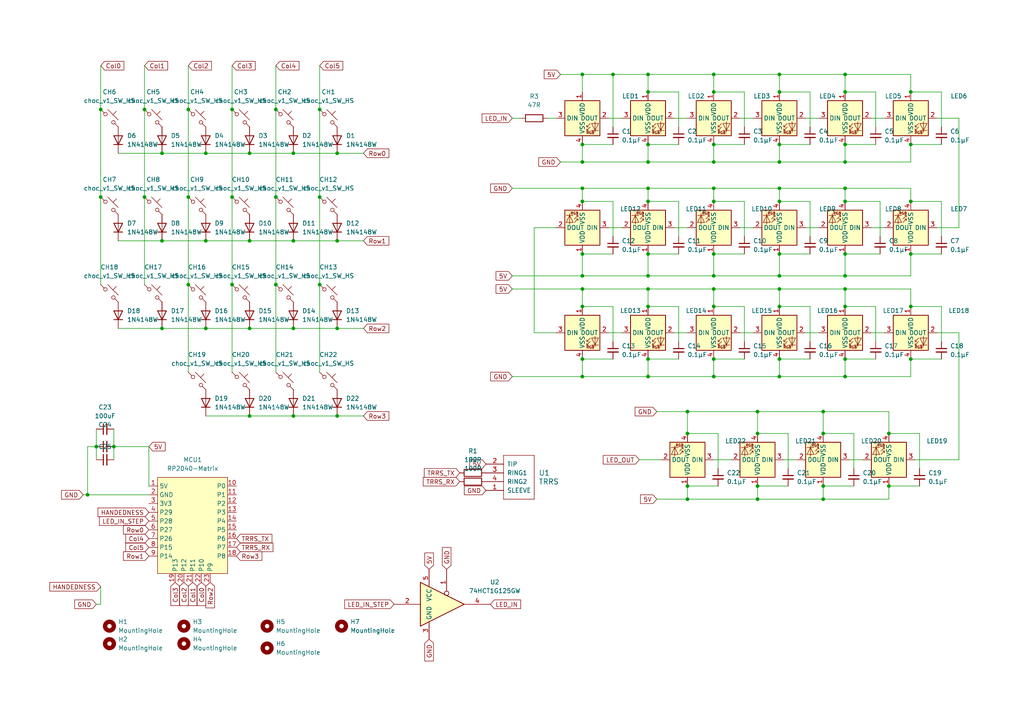
<source format=kicad_sch>
(kicad_sch (version 20250114) (generator "eeschema") (generator_version "9.0")
  (paper "A4")
  (junction (at 92.71 82.55))
  (junction (at 85.09 69.85))
  (junction (at 257.81 125.73))
  (junction (at 264.16 73.66))
  (junction (at 187.96 41.91))
  (junction (at 226.06 83.82))
  (junction (at 207.01 41.91))
  (junction (at 54.61 82.55))
  (junction (at 226.06 80.01))
  (junction (at 226.06 54.61))
  (junction (at 207.01 21.59))
  (junction (at 226.06 58.42))
  (junction (at 245.11 104.14))
  (junction (at 67.31 57.15))
  (junction (at 219.71 140.97))
  (junction (at 168.91 88.9))
  (junction (at 207.01 83.82))
  (junction (at 80.01 82.55))
  (junction (at 97.79 120.65))
  (junction (at 226.06 104.14))
  (junction (at 85.09 95.25))
  (junction (at 219.71 144.78))
  (junction (at 187.96 46.99))
  (junction (at 187.96 104.14))
  (junction (at 29.21 31.75))
  (junction (at 238.76 125.73))
  (junction (at 207.01 54.61))
  (junction (at 226.06 21.59))
  (junction (at 168.91 109.22))
  (junction (at 25.4 143.51))
  (junction (at 33.02 129.54))
  (junction (at 245.11 26.67))
  (junction (at 187.96 109.22))
  (junction (at 168.91 83.82))
  (junction (at 199.39 125.73))
  (junction (at 245.11 83.82))
  (junction (at 245.11 73.66))
  (junction (at 54.61 57.15))
  (junction (at 238.76 119.38))
  (junction (at 72.39 120.65))
  (junction (at 264.16 41.91))
  (junction (at 80.01 31.75))
  (junction (at 46.99 44.45))
  (junction (at 67.31 31.75))
  (junction (at 207.01 88.9))
  (junction (at 187.96 26.67))
  (junction (at 46.99 95.25))
  (junction (at 207.01 109.22))
  (junction (at 219.71 119.38))
  (junction (at 238.76 140.97))
  (junction (at 72.39 95.25))
  (junction (at 187.96 88.9))
  (junction (at 67.31 82.55))
  (junction (at 207.01 46.99))
  (junction (at 168.91 73.66))
  (junction (at 187.96 83.82))
  (junction (at 264.16 88.9))
  (junction (at 92.71 57.15))
  (junction (at 97.79 69.85))
  (junction (at 27.94 129.54))
  (junction (at 226.06 26.67))
  (junction (at 97.79 44.45))
  (junction (at 207.01 80.01))
  (junction (at 59.69 95.25))
  (junction (at 85.09 120.65))
  (junction (at 72.39 69.85))
  (junction (at 219.71 125.73))
  (junction (at 97.79 95.25))
  (junction (at 264.16 104.14))
  (junction (at 72.39 44.45))
  (junction (at 199.39 119.38))
  (junction (at 245.11 88.9))
  (junction (at 177.8 21.59))
  (junction (at 59.69 69.85))
  (junction (at 168.91 104.14))
  (junction (at 187.96 73.66))
  (junction (at 187.96 80.01))
  (junction (at 207.01 104.14))
  (junction (at 168.91 54.61))
  (junction (at 207.01 26.67))
  (junction (at 245.11 109.22))
  (junction (at 226.06 41.91))
  (junction (at 168.91 46.99))
  (junction (at 168.91 21.59))
  (junction (at 187.96 58.42))
  (junction (at 245.11 41.91))
  (junction (at 187.96 21.59))
  (junction (at 257.81 140.97))
  (junction (at 226.06 73.66))
  (junction (at 168.91 58.42))
  (junction (at 238.76 144.78))
  (junction (at 41.91 57.15))
  (junction (at 245.11 80.01))
  (junction (at 226.06 88.9))
  (junction (at 187.96 54.61))
  (junction (at 199.39 140.97))
  (junction (at 207.01 58.42))
  (junction (at 29.21 57.15))
  (junction (at 245.11 54.61))
  (junction (at 59.69 44.45))
  (junction (at 199.39 144.78))
  (junction (at 92.71 31.75))
  (junction (at 46.99 69.85))
  (junction (at 168.91 80.01))
  (junction (at 80.01 57.15))
  (junction (at 54.61 31.75))
  (junction (at 226.06 46.99))
  (junction (at 41.91 31.75))
  (junction (at 245.11 21.59))
  (junction (at 168.91 41.91))
  (junction (at 226.06 109.22))
  (junction (at 245.11 46.99))
  (junction (at 85.09 44.45))
  (junction (at 264.16 26.67))
  (junction (at 245.11 58.42))
  (junction (at 207.01 73.66))
  (junction (at 264.16 58.42))
  (wire (pts (xy 226.06 41.91) (xy 234.95 41.91)))
  (wire (pts (xy 233.68 34.29) (xy 237.49 34.29)))
  (wire (pts (xy 187.96 109.22) (xy 207.01 109.22)))
  (wire (pts (xy 264.16 88.9) (xy 273.05 88.9)))
  (wire (pts (xy 67.31 19.05) (xy 67.31 31.75)))
  (wire (pts (xy 233.68 96.52) (xy 237.49 96.52)))
  (wire (pts (xy 195.58 66.04) (xy 199.39 66.04)))
  (wire (pts (xy 247.65 125.73) (xy 247.65 135.89)))
  (wire (pts (xy 168.91 21.59) (xy 177.8 21.59)))
  (wire (pts (xy 214.63 66.04) (xy 218.44 66.04)))
  (wire (pts (xy 187.96 83.82) (xy 187.96 88.9)))
  (wire (pts (xy 207.01 73.66) (xy 215.9 73.66)))
  (wire (pts (xy 97.79 44.45) (xy 105.41 44.45)))
  (wire (pts (xy 207.01 104.14) (xy 207.01 109.22)))
  (wire (pts (xy 168.91 21.59) (xy 168.91 26.67)))
  (wire (pts (xy 207.01 104.14) (xy 215.9 104.14)))
  (wire (pts (xy 264.16 41.91) (xy 264.16 46.99)))
  (wire (pts (xy 67.31 31.75) (xy 67.31 57.15)))
  (wire (pts (xy 207.01 41.91) (xy 207.01 46.99)))
  (wire (pts (xy 168.91 41.91) (xy 168.91 46.99)))
  (wire (pts (xy 245.11 83.82) (xy 264.16 83.82)))
  (wire (pts (xy 29.21 170.18) (xy 29.21 175.26)))
  (wire (pts (xy 238.76 119.38) (xy 238.76 125.73)))
  (wire (pts (xy 245.11 73.66) (xy 255.27 73.66)))
  (wire (pts (xy 72.39 69.85) (xy 85.09 69.85)))
  (wire (pts (xy 33.02 129.54) (xy 33.02 133.35)))
  (wire (pts (xy 196.85 58.42) (xy 196.85 68.58)))
  (wire (pts (xy 168.91 83.82) (xy 168.91 88.9)))
  (wire (pts (xy 187.96 41.91) (xy 187.96 46.99)))
  (wire (pts (xy 25.4 143.51) (xy 43.18 143.51)))
  (wire (pts (xy 168.91 104.14) (xy 177.8 104.14)))
  (wire (pts (xy 41.91 19.05) (xy 41.91 31.75)))
  (wire (pts (xy 34.29 95.25) (xy 46.99 95.25)))
  (wire (pts (xy 190.5 119.38) (xy 199.39 119.38)))
  (wire (pts (xy 154.94 66.04) (xy 154.94 96.52)))
  (wire (pts (xy 187.96 104.14) (xy 196.85 104.14)))
  (wire (pts (xy 226.06 104.14) (xy 234.95 104.14)))
  (wire (pts (xy 187.96 41.91) (xy 196.85 41.91)))
  (wire (pts (xy 85.09 44.45) (xy 97.79 44.45)))
  (wire (pts (xy 54.61 31.75) (xy 54.61 57.15)))
  (wire (pts (xy 158.75 34.29) (xy 161.29 34.29)))
  (wire (pts (xy 46.99 69.85) (xy 59.69 69.85)))
  (wire (pts (xy 234.95 26.67) (xy 234.95 36.83)))
  (wire (pts (xy 85.09 69.85) (xy 97.79 69.85)))
  (wire (pts (xy 187.96 54.61) (xy 207.01 54.61)))
  (wire (pts (xy 238.76 125.73) (xy 247.65 125.73)))
  (wire (pts (xy 54.61 19.05) (xy 54.61 31.75)))
  (wire (pts (xy 199.39 119.38) (xy 219.71 119.38)))
  (wire (pts (xy 207.01 83.82) (xy 207.01 88.9)))
  (wire (pts (xy 264.16 104.14) (xy 264.16 109.22)))
  (wire (pts (xy 199.39 119.38) (xy 199.39 125.73)))
  (wire (pts (xy 264.16 54.61) (xy 264.16 58.42)))
  (wire (pts (xy 33.02 124.46) (xy 33.02 129.54)))
  (wire (pts (xy 271.78 34.29) (xy 278.13 34.29)))
  (wire (pts (xy 177.8 58.42) (xy 177.8 68.58)))
  (wire (pts (xy 72.39 44.45) (xy 85.09 44.45)))
  (wire (pts (xy 92.71 31.75) (xy 92.71 57.15)))
  (wire (pts (xy 168.91 73.66) (xy 168.91 80.01)))
  (wire (pts (xy 245.11 21.59) (xy 245.11 26.67)))
  (wire (pts (xy 207.01 54.61) (xy 226.06 54.61)))
  (wire (pts (xy 177.8 88.9) (xy 177.8 99.06)))
  (wire (pts (xy 162.56 21.59) (xy 168.91 21.59)))
  (wire (pts (xy 238.76 119.38) (xy 257.81 119.38)))
  (wire (pts (xy 85.09 120.65) (xy 97.79 120.65)))
  (wire (pts (xy 92.71 57.15) (xy 92.71 82.55)))
  (wire (pts (xy 264.16 73.66) (xy 273.05 73.66)))
  (wire (pts (xy 148.59 83.82) (xy 168.91 83.82)))
  (wire (pts (xy 245.11 109.22) (xy 264.16 109.22)))
  (wire (pts (xy 219.71 144.78) (xy 238.76 144.78)))
  (wire (pts (xy 226.06 83.82) (xy 226.06 88.9)))
  (wire (pts (xy 278.13 96.52) (xy 278.13 133.35)))
  (wire (pts (xy 46.99 44.45) (xy 59.69 44.45)))
  (wire (pts (xy 29.21 57.15) (xy 29.21 82.55)))
  (wire (pts (xy 271.78 96.52) (xy 278.13 96.52)))
  (wire (pts (xy 214.63 96.52) (xy 218.44 96.52)))
  (wire (pts (xy 187.96 26.67) (xy 196.85 26.67)))
  (wire (pts (xy 227.33 133.35) (xy 231.14 133.35)))
  (wire (pts (xy 97.79 69.85) (xy 105.41 69.85)))
  (wire (pts (xy 226.06 104.14) (xy 226.06 109.22)))
  (wire (pts (xy 266.7 125.73) (xy 266.7 135.89)))
  (wire (pts (xy 161.29 66.04) (xy 154.94 66.04)))
  (wire (pts (xy 168.91 58.42) (xy 177.8 58.42)))
  (wire (pts (xy 273.05 88.9) (xy 273.05 99.06)))
  (wire (pts (xy 245.11 104.14) (xy 245.11 109.22)))
  (wire (pts (xy 168.91 46.99) (xy 187.96 46.99)))
  (wire (pts (xy 219.71 119.38) (xy 219.71 125.73)))
  (wire (pts (xy 34.29 44.45) (xy 46.99 44.45)))
  (wire (pts (xy 257.81 125.73) (xy 266.7 125.73)))
  (wire (pts (xy 238.76 140.97) (xy 238.76 144.78)))
  (wire (pts (xy 208.28 125.73) (xy 199.39 125.73)))
  (wire (pts (xy 226.06 73.66) (xy 226.06 80.01)))
  (wire (pts (xy 219.71 140.97) (xy 219.71 144.78)))
  (wire (pts (xy 226.06 73.66) (xy 234.95 73.66)))
  (wire (pts (xy 168.91 88.9) (xy 177.8 88.9)))
  (wire (pts (xy 168.91 54.61) (xy 187.96 54.61)))
  (wire (pts (xy 207.01 26.67) (xy 215.9 26.67)))
  (wire (pts (xy 245.11 73.66) (xy 245.11 80.01)))
  (wire (pts (xy 176.53 96.52) (xy 180.34 96.52)))
  (wire (pts (xy 199.39 140.97) (xy 199.39 144.78)))
  (wire (pts (xy 85.09 95.25) (xy 97.79 95.25)))
  (wire (pts (xy 187.96 83.82) (xy 207.01 83.82)))
  (wire (pts (xy 245.11 26.67) (xy 254 26.67)))
  (wire (pts (xy 168.91 41.91) (xy 177.8 41.91)))
  (wire (pts (xy 29.21 175.26) (xy 27.94 175.26)))
  (wire (pts (xy 264.16 83.82) (xy 264.16 88.9)))
  (wire (pts (xy 265.43 133.35) (xy 278.13 133.35)))
  (wire (pts (xy 257.81 140.97) (xy 266.7 140.97)))
  (wire (pts (xy 196.85 26.67) (xy 196.85 36.83)))
  (wire (pts (xy 207.01 46.99) (xy 226.06 46.99)))
  (wire (pts (xy 254 26.67) (xy 254 36.83)))
  (wire (pts (xy 208.28 135.89) (xy 208.28 125.73)))
  (wire (pts (xy 176.53 34.29) (xy 180.34 34.29)))
  (wire (pts (xy 207.01 21.59) (xy 207.01 26.67)))
  (wire (pts (xy 264.16 80.01) (xy 264.16 73.66)))
  (wire (pts (xy 72.39 95.25) (xy 85.09 95.25)))
  (wire (pts (xy 177.8 21.59) (xy 177.8 36.83)))
  (wire (pts (xy 54.61 57.15) (xy 54.61 82.55)))
  (wire (pts (xy 215.9 88.9) (xy 215.9 99.06)))
  (wire (pts (xy 278.13 66.04) (xy 271.78 66.04)))
  (wire (pts (xy 59.69 95.25) (xy 72.39 95.25)))
  (wire (pts (xy 207.01 80.01) (xy 226.06 80.01)))
  (wire (pts (xy 219.71 125.73) (xy 228.6 125.73)))
  (wire (pts (xy 219.71 119.38) (xy 238.76 119.38)))
  (wire (pts (xy 187.96 73.66) (xy 187.96 80.01)))
  (wire (pts (xy 195.58 96.52) (xy 199.39 96.52)))
  (wire (pts (xy 72.39 120.65) (xy 85.09 120.65)))
  (wire (pts (xy 162.56 46.99) (xy 168.91 46.99)))
  (wire (pts (xy 207.01 73.66) (xy 207.01 80.01)))
  (wire (pts (xy 195.58 34.29) (xy 199.39 34.29)))
  (wire (pts (xy 196.85 88.9) (xy 196.85 99.06)))
  (wire (pts (xy 43.18 140.97) (xy 43.18 129.54)))
  (wire (pts (xy 187.96 80.01) (xy 207.01 80.01)))
  (wire (pts (xy 226.06 54.61) (xy 226.06 58.42)))
  (wire (pts (xy 214.63 34.29) (xy 218.44 34.29)))
  (wire (pts (xy 245.11 54.61) (xy 264.16 54.61)))
  (wire (pts (xy 168.91 80.01) (xy 187.96 80.01)))
  (wire (pts (xy 245.11 88.9) (xy 254 88.9)))
  (wire (pts (xy 34.29 69.85) (xy 46.99 69.85)))
  (wire (pts (xy 228.6 125.73) (xy 228.6 135.89)))
  (wire (pts (xy 190.5 144.78) (xy 199.39 144.78)))
  (wire (pts (xy 207.01 109.22) (xy 226.06 109.22)))
  (wire (pts (xy 245.11 41.91) (xy 254 41.91)))
  (wire (pts (xy 33.02 129.54) (xy 43.18 129.54)))
  (wire (pts (xy 148.59 109.22) (xy 168.91 109.22)))
  (wire (pts (xy 257.81 119.38) (xy 257.81 125.73)))
  (wire (pts (xy 148.59 34.29) (xy 151.13 34.29)))
  (wire (pts (xy 254 88.9) (xy 254 99.06)))
  (wire (pts (xy 80.01 57.15) (xy 80.01 82.55)))
  (wire (pts (xy 80.01 82.55) (xy 80.01 107.95)))
  (wire (pts (xy 67.31 57.15) (xy 67.31 82.55)))
  (wire (pts (xy 168.91 109.22) (xy 187.96 109.22)))
  (wire (pts (xy 92.71 82.55) (xy 92.71 107.95)))
  (wire (pts (xy 215.9 58.42) (xy 215.9 68.58)))
  (wire (pts (xy 252.73 34.29) (xy 256.54 34.29)))
  (wire (pts (xy 177.8 21.59) (xy 187.96 21.59)))
  (wire (pts (xy 59.69 69.85) (xy 72.39 69.85)))
  (wire (pts (xy 187.96 46.99) (xy 207.01 46.99)))
  (wire (pts (xy 226.06 21.59) (xy 245.11 21.59)))
  (wire (pts (xy 219.71 140.97) (xy 228.6 140.97)))
  (wire (pts (xy 207.01 41.91) (xy 215.9 41.91)))
  (wire (pts (xy 168.91 83.82) (xy 187.96 83.82)))
  (wire (pts (xy 207.01 133.35) (xy 212.09 133.35)))
  (wire (pts (xy 54.61 82.55) (xy 54.61 107.95)))
  (wire (pts (xy 226.06 88.9) (xy 234.95 88.9)))
  (wire (pts (xy 97.79 120.65) (xy 105.41 120.65)))
  (wire (pts (xy 59.69 44.45) (xy 72.39 44.45)))
  (wire (pts (xy 264.16 26.67) (xy 273.05 26.67)))
  (wire (pts (xy 80.01 31.75) (xy 80.01 57.15)))
  (wire (pts (xy 245.11 21.59) (xy 264.16 21.59)))
  (wire (pts (xy 245.11 41.91) (xy 245.11 46.99)))
  (wire (pts (xy 29.21 31.75) (xy 29.21 57.15)))
  (wire (pts (xy 226.06 26.67) (xy 234.95 26.67)))
  (wire (pts (xy 41.91 31.75) (xy 41.91 57.15)))
  (wire (pts (xy 207.01 83.82) (xy 226.06 83.82)))
  (wire (pts (xy 80.01 19.05) (xy 80.01 31.75)))
  (wire (pts (xy 246.38 133.35) (xy 250.19 133.35)))
  (wire (pts (xy 226.06 41.91) (xy 226.06 46.99)))
  (wire (pts (xy 67.31 82.55) (xy 67.31 107.95)))
  (wire (pts (xy 176.53 66.04) (xy 180.34 66.04)))
  (wire (pts (xy 245.11 58.42) (xy 255.27 58.42)))
  (wire (pts (xy 226.06 26.67) (xy 226.06 21.59)))
  (wire (pts (xy 59.69 120.65) (xy 72.39 120.65)))
  (wire (pts (xy 97.79 95.25) (xy 105.41 95.25)))
  (wire (pts (xy 233.68 66.04) (xy 237.49 66.04)))
  (wire (pts (xy 245.11 46.99) (xy 264.16 46.99)))
  (wire (pts (xy 234.95 88.9) (xy 234.95 99.06)))
  (wire (pts (xy 29.21 19.05) (xy 29.21 31.75)))
  (wire (pts (xy 46.99 95.25) (xy 59.69 95.25)))
  (wire (pts (xy 27.94 124.46) (xy 27.94 129.54)))
  (wire (pts (xy 226.06 54.61) (xy 245.11 54.61)))
  (wire (pts (xy 27.94 129.54) (xy 27.94 133.35)))
  (wire (pts (xy 234.95 58.42) (xy 234.95 68.58)))
  (wire (pts (xy 264.16 104.14) (xy 273.05 104.14)))
  (wire (pts (xy 264.16 41.91) (xy 273.05 41.91)))
  (wire (pts (xy 199.39 144.78) (xy 219.71 144.78)))
  (wire (pts (xy 238.76 144.78) (xy 257.81 144.78)))
  (wire (pts (xy 264.16 21.59) (xy 264.16 26.67)))
  (wire (pts (xy 226.06 58.42) (xy 234.95 58.42)))
  (wire (pts (xy 154.94 96.52) (xy 161.29 96.52)))
  (wire (pts (xy 264.16 58.42) (xy 273.05 58.42)))
  (wire (pts (xy 245.11 83.82) (xy 245.11 88.9)))
  (wire (pts (xy 199.39 140.97) (xy 208.28 140.97)))
  (wire (pts (xy 207.01 54.61) (xy 207.01 58.42)))
  (wire (pts (xy 187.96 21.59) (xy 207.01 21.59)))
  (wire (pts (xy 25.4 129.54) (xy 25.4 143.51)))
  (wire (pts (xy 187.96 73.66) (xy 196.85 73.66)))
  (wire (pts (xy 238.76 140.97) (xy 247.65 140.97)))
  (wire (pts (xy 187.96 21.59) (xy 187.96 26.67)))
  (wire (pts (xy 41.91 57.15) (xy 41.91 82.55)))
  (wire (pts (xy 255.27 58.42) (xy 255.27 68.58)))
  (wire (pts (xy 27.94 129.54) (xy 25.4 129.54)))
  (wire (pts (xy 252.73 66.04) (xy 256.54 66.04)))
  (wire (pts (xy 226.06 109.22) (xy 245.11 109.22)))
  (wire (pts (xy 168.91 73.66) (xy 177.8 73.66)))
  (wire (pts (xy 92.71 19.05) (xy 92.71 31.75)))
  (wire (pts (xy 187.96 88.9) (xy 196.85 88.9)))
  (wire (pts (xy 252.73 96.52) (xy 256.54 96.52)))
  (wire (pts (xy 168.91 104.14) (xy 168.91 109.22)))
  (wire (pts (xy 187.96 54.61) (xy 187.96 58.42)))
  (wire (pts (xy 207.01 88.9) (xy 215.9 88.9)))
  (wire (pts (xy 226.06 80.01) (xy 245.11 80.01)))
  (wire (pts (xy 207.01 58.42) (xy 215.9 58.42)))
  (wire (pts (xy 148.59 54.61) (xy 168.91 54.61)))
  (wire (pts (xy 185.42 133.35) (xy 191.77 133.35)))
  (wire (pts (xy 226.06 46.99) (xy 245.11 46.99)))
  (wire (pts (xy 207.01 21.59) (xy 226.06 21.59)))
  (wire (pts (xy 245.11 54.61) (xy 245.11 58.42)))
  (wire (pts (xy 187.96 104.14) (xy 187.96 109.22)))
  (wire (pts (xy 245.11 80.01) (xy 264.16 80.01)))
  (wire (pts (xy 226.06 83.82) (xy 245.11 83.82)))
  (wire (pts (xy 245.11 104.14) (xy 254 104.14)))
  (wire (pts (xy 148.59 80.01) (xy 168.91 80.01)))
  (wire (pts (xy 273.05 26.67) (xy 273.05 36.83)))
  (wire (pts (xy 257.81 144.78) (xy 257.81 140.97)))
  (wire (pts (xy 278.13 34.29) (xy 278.13 66.04)))
  (wire (pts (xy 187.96 58.42) (xy 196.85 58.42)))
  (wire (pts (xy 24.13 143.51) (xy 25.4 143.51)))
  (wire (pts (xy 168.91 54.61) (xy 168.91 58.42)))
  (wire (pts (xy 215.9 26.67) (xy 215.9 36.83)))
  (wire (pts (xy 273.05 58.42) (xy 273.05 68.58)))
  (global_label "GND" (shape input) (at 162.56 46.99 180) (property "Intersheetrefs" "${INTERSHEET_REFS}" (effects (hide yes))))
  (global_label "LED_IN" (shape input) (at 142.24 175.26 0) (property "Intersheetrefs" "${INTERSHEET_REFS}" (effects (hide yes))))
  (global_label "Col2" (shape input) (at 53.34 168.91 270) (property "Intersheetrefs" "${INTERSHEET_REFS}" (effects (hide yes))))
  (global_label "GND" (shape input) (at 129.54 165.1 90) (property "Intersheetrefs" "${INTERSHEET_REFS}" (effects (hide yes))))
  (global_label "TRRS_RX" (shape input) (at 68.58 158.75 0) (property "Intersheetrefs" "${INTERSHEET_REFS}" (effects (hide yes))))
  (global_label "5V" (shape input) (at 162.56 21.59 180) (property "Intersheetrefs" "${INTERSHEET_REFS}" (effects (hide yes))))
  (global_label "Row1" (shape input) (at 43.18 161.29 180) (property "Intersheetrefs" "${INTERSHEET_REFS}" (effects (hide yes))))
  (global_label "Col1" (shape input) (at 41.91 19.05 0) (property "Intersheetrefs" "${INTERSHEET_REFS}" (effects (hide yes))))
  (global_label "Col3" (shape input) (at 50.8 168.91 270) (property "Intersheetrefs" "${INTERSHEET_REFS}" (effects (hide yes))))
  (global_label "GND" (shape input) (at 190.5 119.38 180) (property "Intersheetrefs" "${INTERSHEET_REFS}" (effects (hide yes))))
  (global_label "HANDEDNESS" (shape input) (at 29.21 170.18 180) (property "Intersheetrefs" "${INTERSHEET_REFS}" (effects (hide yes))))
  (global_label "5V" (shape input) (at 43.18 129.54 0) (property "Intersheetrefs" "${INTERSHEET_REFS}" (effects (hide yes))))
  (global_label "LED_IN_STEP" (shape input) (at 43.18 151.13 180) (property "Intersheetrefs" "${INTERSHEET_REFS}" (effects (hide yes))))
  (global_label "Col4" (shape input) (at 43.18 156.21 180) (property "Intersheetrefs" "${INTERSHEET_REFS}" (effects (hide yes))))
  (global_label "Col2" (shape input) (at 54.61 19.05 0) (property "Intersheetrefs" "${INTERSHEET_REFS}" (effects (hide yes))))
  (global_label "Row3" (shape input) (at 68.58 161.29 0) (property "Intersheetrefs" "${INTERSHEET_REFS}" (effects (hide yes))))
  (global_label "5V" (shape input) (at 190.5 144.78 180) (property "Intersheetrefs" "${INTERSHEET_REFS}" (effects (hide yes))))
  (global_label "Col1" (shape input) (at 55.88 168.91 270) (property "Intersheetrefs" "${INTERSHEET_REFS}" (effects (hide yes))))
  (global_label "Col3" (shape input) (at 67.31 19.05 0) (property "Intersheetrefs" "${INTERSHEET_REFS}" (effects (hide yes))))
  (global_label "TRRS_TX" (shape input) (at 68.58 156.21 0) (property "Intersheetrefs" "${INTERSHEET_REFS}" (effects (hide yes))))
  (global_label "Row0" (shape input) (at 105.41 44.45 0) (property "Intersheetrefs" "${INTERSHEET_REFS}" (effects (hide yes))))
  (global_label "LED_IN" (shape input) (at 148.59 34.29 180) (property "Intersheetrefs" "${INTERSHEET_REFS}" (effects (hide yes))))
  (global_label "Col0" (shape input) (at 58.42 168.91 270) (property "Intersheetrefs" "${INTERSHEET_REFS}" (effects (hide yes))))
  (global_label "Row2" (shape input) (at 60.96 168.91 270) (property "Intersheetrefs" "${INTERSHEET_REFS}" (effects (hide yes))))
  (global_label "TRRS_TX" (shape input) (at 133.35 137.16 180) (property "Intersheetrefs" "${INTERSHEET_REFS}" (effects (hide yes))))
  (global_label "LED_OUT" (shape input) (at 185.42 133.35 180) (property "Intersheetrefs" "${INTERSHEET_REFS}" (effects (hide yes))))
  (global_label "5V" (shape input) (at 140.97 134.62 180) (property "Intersheetrefs" "${INTERSHEET_REFS}" (effects (hide yes))))
  (global_label "TRRS_RX" (shape input) (at 133.35 139.7 180) (property "Intersheetrefs" "${INTERSHEET_REFS}" (effects (hide yes))))
  (global_label "Col5" (shape input) (at 43.18 158.75 180) (property "Intersheetrefs" "${INTERSHEET_REFS}" (effects (hide yes))))
  (global_label "HANDEDNESS" (shape input) (at 43.18 148.59 180) (property "Intersheetrefs" "${INTERSHEET_REFS}" (effects (hide yes))))
  (global_label "Row2" (shape input) (at 105.41 95.25 0) (property "Intersheetrefs" "${INTERSHEET_REFS}" (effects (hide yes))))
  (global_label "GND" (shape input) (at 124.46 185.42 270) (property "Intersheetrefs" "${INTERSHEET_REFS}" (effects (hide yes))))
  (global_label "GND" (shape input) (at 148.59 109.22 180) (property "Intersheetrefs" "${INTERSHEET_REFS}" (effects (hide yes))))
  (global_label "Row3" (shape input) (at 105.41 120.65 0) (property "Intersheetrefs" "${INTERSHEET_REFS}" (effects (hide yes))))
  (global_label "Row1" (shape input) (at 105.41 69.85 0) (property "Intersheetrefs" "${INTERSHEET_REFS}" (effects (hide yes))))
  (global_label "GND" (shape input) (at 27.94 175.26 180) (property "Intersheetrefs" "${INTERSHEET_REFS}" (effects (hide yes))))
  (global_label "5V" (shape input) (at 148.59 83.82 180) (property "Intersheetrefs" "${INTERSHEET_REFS}" (effects (hide yes))))
  (global_label "Col5" (shape input) (at 92.71 19.05 0) (property "Intersheetrefs" "${INTERSHEET_REFS}" (effects (hide yes))))
  (global_label "Row0" (shape input) (at 43.18 153.67 180) (property "Intersheetrefs" "${INTERSHEET_REFS}" (effects (hide yes))))
  (global_label "GND" (shape input) (at 148.59 54.61 180) (property "Intersheetrefs" "${INTERSHEET_REFS}" (effects (hide yes))))
  (global_label "5V" (shape input) (at 124.46 165.1 90) (property "Intersheetrefs" "${INTERSHEET_REFS}" (effects (hide yes))))
  (global_label "GND" (shape input) (at 140.97 142.24 180) (property "Intersheetrefs" "${INTERSHEET_REFS}" (effects (hide yes))))
  (global_label "5V" (shape input) (at 148.59 80.01 180) (property "Intersheetrefs" "${INTERSHEET_REFS}" (effects (hide yes))))
  (global_label "Col4" (shape input) (at 80.01 19.05 0) (property "Intersheetrefs" "${INTERSHEET_REFS}" (effects (hide yes))))
  (global_label "GND" (shape input) (at 24.13 143.51 180) (property "Intersheetrefs" "${INTERSHEET_REFS}" (effects (hide yes))))
  (global_label "LED_IN_STEP" (shape input) (at 114.3 175.26 180) (property "Intersheetrefs" "${INTERSHEET_REFS}" (effects (hide yes))))
  (global_label "Col0" (shape input) (at 29.21 19.05 0) (property "Intersheetrefs" "${INTERSHEET_REFS}" (effects (hide yes))))
  (symbol (lib_id "Diode:1N4148W") (at 85.09 66.04 90) (unit 1)
    (property "Reference" "D11" (at 87.63 64.7699 90) (effects (justify right)))
    (property "Value" "1N4148W" (at 87.63 67.3099 90) (effects (justify right)))
    (property "Footprint" "Diode_SMD:D_SOD-123" (effects (hide yes)))
    (property "Datasheet" "https://www.vishay.com/docs/85748/1n4148w.pdf" (effects (hide yes)))
    (property "Description" "75V 0.15A Fast Switching Diode, SOD-123" (effects (hide yes)))
    (property "Sim.Device" "D" (effects (hide yes)))
    (property "Sim.Pins" "1=K 2=A" (effects (hide yes)))
  )
  (symbol (lib_id "PCM_marbastlib-choc:choc_v1_SW_HS_CPG135001S30") (at 82.55 34.29 0) (unit 1)
    (property "Reference" "CH2" (at 82.55 26.67 0))
    (property "Value" "choc_v1_SW_HS" (at 82.55 29.21 0))
    (property "Footprint" "PCM_marbastlib-choc:SW_choc_v1_HS_CPG135001S30_1u" (effects (hide yes)))
    (property "Description" "Push button switch, normally open, two pins, 45° tilted" (effects (hide yes)))
  )
  (symbol (lib_id "Mechanical:MountingHole") (at 77.47 181.61 0) (unit 1) (in_bom no)
    (property "Reference" "H5" (at 80.01 180.3399 0) (effects (justify left)))
    (property "Value" "MountingHole" (at 80.01 182.8799 0) (effects (justify left)))
    (property "Footprint" "MountingHole:MountingHole_2.2mm_M2" (effects (hide yes)))
    (property "Description" "Mounting Hole without connection" (effects (hide yes)))
  )
  (symbol (lib_id "PCM_marbastlib-choc:choc_v1_SW_HS_CPG135001S30") (at 82.55 85.09 0) (unit 1)
    (property "Reference" "CH14" (at 82.55 77.47 0))
    (property "Value" "choc_v1_SW_HS" (at 82.55 80.01 0))
    (property "Footprint" "PCM_marbastlib-choc:SW_choc_v1_HS_CPG135001S30_1u" (effects (hide yes)))
    (property "Description" "Push button switch, normally open, two pins, 45° tilted" (effects (hide yes)))
  )
  (symbol (lib_id "PCM_marbastlib-various:SK6812MINI-E") (at 168.91 34.29 0) (unit 1)
    (property "Reference" "LED1" (at 182.88 27.8698 0))
    (property "Value" "SK6812MINI-E" (effects (hide yes)))
    (property "Footprint" "PCM_marbastlib-various:LED_6028R" (effects (hide yes)))
    (property "Description" "Reverse mount adressable LED (WS2812 protocol)" (effects (hide yes)))
  )
  (symbol (lib_id "Diode:1N4148W") (at 97.79 66.04 90) (unit 1)
    (property "Reference" "D12" (at 100.33 64.7699 90) (effects (justify right)))
    (property "Value" "1N4148W" (at 100.33 67.3099 90) (effects (justify right)))
    (property "Footprint" "Diode_SMD:D_SOD-123" (effects (hide yes)))
    (property "Datasheet" "https://www.vishay.com/docs/85748/1n4148w.pdf" (effects (hide yes)))
    (property "Description" "75V 0.15A Fast Switching Diode, SOD-123" (effects (hide yes)))
    (property "Sim.Device" "D" (effects (hide yes)))
    (property "Sim.Pins" "1=K 2=A" (effects (hide yes)))
  )
  (symbol (lib_id "Device:C_Small") (at 254 39.37 0) (unit 1)
    (property "Reference" "C5" (at 256.54 38.1062 0) (effects (justify left)))
    (property "Value" "0.1µF" (at 256.54 40.6462 0) (effects (justify left)))
    (property "Footprint" "Capacitor_SMD:C_1206_3216Metric" (effects (hide yes)))
    (property "Description" "Unpolarized capacitor, small symbol" (effects (hide yes)))
  )
  (symbol (lib_id "Device:C_Small") (at 273.05 71.12 0) (unit 1)
    (property "Reference" "C7" (at 275.59 69.8562 0) (effects (justify left)))
    (property "Value" "0.1µF" (at 275.59 72.3962 0) (effects (justify left)))
    (property "Footprint" "Capacitor_SMD:C_1206_3216Metric" (effects (hide yes)))
    (property "Description" "Unpolarized capacitor, small symbol" (effects (hide yes)))
  )
  (symbol (lib_id "PCM_marbastlib-choc:choc_v1_SW_HS_CPG135001S30") (at 69.85 85.09 0) (unit 1)
    (property "Reference" "CH15" (at 69.85 77.47 0))
    (property "Value" "choc_v1_SW_HS" (at 69.85 80.01 0))
    (property "Footprint" "PCM_marbastlib-choc:SW_choc_v1_HS_CPG135001S30_1u" (effects (hide yes)))
    (property "Description" "Push button switch, normally open, two pins, 45° tilted" (effects (hide yes)))
  )
  (symbol (lib_id "PCM_marbastlib-promicroish:RP2040-Matrix") (at 55.88 154.94 0) (unit 1) (in_bom no)
    (property "Reference" "MCU1" (at 55.88 133.35 0))
    (property "Value" "RP2040-Matrix" (at 55.88 135.89 0))
    (property "Footprint" "PCM_marbastlib-xp-promicroish:RP2040-Matrix_ACH" (effects (hide yes)))
    (property "Datasheet" "https://www.waveshare.com/rp2040-matrix.htm" (effects (hide yes)))
    (property "Description" "Symbol for a Waveshare RP2040-Matrix" (effects (hide yes)))
  )
  (symbol (lib_id "PCM_marbastlib-choc:choc_v1_SW_HS_CPG135001S30") (at 57.15 110.49 0) (unit 1)
    (property "Reference" "CH19" (at 57.15 102.87 0))
    (property "Value" "choc_v1_SW_HS" (at 57.15 105.41 0))
    (property "Footprint" "PCM_marbastlib-choc:SW_choc_v1_HS_CPG135001S30_1u" (effects (hide yes)))
    (property "Description" "Push button switch, normally open, two pins, 45° tilted" (effects (hide yes)))
  )
  (symbol (lib_id "Diode:1N4148W") (at 97.79 116.84 90) (unit 1)
    (property "Reference" "D22" (at 100.33 115.5699 90) (effects (justify right)))
    (property "Value" "1N4148W" (at 100.33 118.1099 90) (effects (justify right)))
    (property "Footprint" "Diode_SMD:D_SOD-123" (effects (hide yes)))
    (property "Datasheet" "https://www.vishay.com/docs/85748/1n4148w.pdf" (effects (hide yes)))
    (property "Description" "75V 0.15A Fast Switching Diode, SOD-123" (effects (hide yes)))
    (property "Sim.Device" "D" (effects (hide yes)))
    (property "Sim.Pins" "1=K 2=A" (effects (hide yes)))
  )
  (symbol (lib_id "Device:C_Small") (at 234.95 71.12 0) (unit 1)
    (property "Reference" "C9" (at 237.49 69.8562 0) (effects (justify left)))
    (property "Value" "0.1µF" (at 237.49 72.3962 0) (effects (justify left)))
    (property "Footprint" "Capacitor_SMD:C_1206_3216Metric" (effects (hide yes)))
    (property "Description" "Unpolarized capacitor, small symbol" (effects (hide yes)))
  )
  (symbol (lib_id "PCM_marbastlib-choc:choc_v1_SW_HS_CPG135001S30") (at 31.75 59.69 0) (unit 1)
    (property "Reference" "CH7" (at 31.75 52.07 0))
    (property "Value" "choc_v1_SW_HS" (at 31.75 54.61 0))
    (property "Footprint" "PCM_marbastlib-choc:SW_choc_v1_HS_CPG135001S30_1u" (effects (hide yes)))
    (property "Description" "Push button switch, normally open, two pins, 45° tilted" (effects (hide yes)))
  )
  (symbol (lib_id "Device:C_Small") (at 30.48 129.54 90) (unit 1)
    (property "Reference" "C24" (at 30.4863 123.19 90))
    (property "Value" "100uF" (effects (hide yes)))
    (property "Footprint" "Capacitor_SMD:C_1210_3225Metric_Pad1.33x2.70mm_HandSolder" (effects (hide yes)))
    (property "Description" "Unpolarized capacitor, small symbol" (effects (hide yes)))
  )
  (symbol (lib_id "PCM_marbastlib-various:SK6812MINI-E") (at 219.71 133.35 180) (unit 1)
    (property "Reference" "LED21" (at 233.68 127.9046 0))
    (property "Value" "SK6812MINI-E" (effects (hide yes)))
    (property "Footprint" "PCM_marbastlib-various:LED_6028R" (effects (hide yes)))
    (property "Description" "Reverse mount adressable LED (WS2812 protocol)" (effects (hide yes)))
  )
  (symbol (lib_id "PCM_marbastlib-various:SK6812MINI-E") (at 264.16 66.04 180) (unit 1)
    (property "Reference" "LED7" (at 278.13 60.5946 0))
    (property "Value" "SK6812MINI-E" (effects (hide yes)))
    (property "Footprint" "PCM_marbastlib-various:LED_6028R" (effects (hide yes)))
    (property "Description" "Reverse mount adressable LED (WS2812 protocol)" (effects (hide yes)))
  )
  (symbol (lib_id "PCM_marbastlib-various:SK6812MINI-E") (at 245.11 66.04 180) (unit 1)
    (property "Reference" "LED8" (at 259.08 60.5946 0))
    (property "Value" "SK6812MINI-E" (effects (hide yes)))
    (property "Footprint" "PCM_marbastlib-various:LED_6028R" (effects (hide yes)))
    (property "Description" "Reverse mount adressable LED (WS2812 protocol)" (effects (hide yes)))
  )
  (symbol (lib_id "Device:C_Small") (at 215.9 71.12 0) (unit 1)
    (property "Reference" "C10" (at 218.44 69.8562 0) (effects (justify left)))
    (property "Value" "0.1µF" (at 218.44 72.3962 0) (effects (justify left)))
    (property "Footprint" "Capacitor_SMD:C_1206_3216Metric" (effects (hide yes)))
    (property "Description" "Unpolarized capacitor, small symbol" (effects (hide yes)))
  )
  (symbol (lib_id "PCM_marbastlib-various:SK6812MINI-E") (at 187.96 96.52 0) (unit 1)
    (property "Reference" "LED14" (at 201.93 90.0998 0))
    (property "Value" "SK6812MINI-E" (effects (hide yes)))
    (property "Footprint" "PCM_marbastlib-various:LED_6028R" (effects (hide yes)))
    (property "Description" "Reverse mount adressable LED (WS2812 protocol)" (effects (hide yes)))
  )
  (symbol (lib_id "Diode:1N4148W") (at 85.09 91.44 90) (unit 1)
    (property "Reference" "D14" (at 87.63 90.1699 90) (effects (justify right)))
    (property "Value" "1N4148W" (at 87.63 92.7099 90) (effects (justify right)))
    (property "Footprint" "Diode_SMD:D_SOD-123" (effects (hide yes)))
    (property "Datasheet" "https://www.vishay.com/docs/85748/1n4148w.pdf" (effects (hide yes)))
    (property "Description" "75V 0.15A Fast Switching Diode, SOD-123" (effects (hide yes)))
    (property "Sim.Device" "D" (effects (hide yes)))
    (property "Sim.Pins" "1=K 2=A" (effects (hide yes)))
  )
  (symbol (lib_id "PCM_marbastlib-various:SK6812MINI-E") (at 226.06 96.52 0) (unit 1)
    (property "Reference" "LED16" (at 240.03 90.0998 0))
    (property "Value" "SK6812MINI-E" (effects (hide yes)))
    (property "Footprint" "PCM_marbastlib-various:LED_6028R" (effects (hide yes)))
    (property "Description" "Reverse mount adressable LED (WS2812 protocol)" (effects (hide yes)))
  )
  (symbol (lib_id "Diode:1N4148W") (at 72.39 116.84 90) (unit 1)
    (property "Reference" "D20" (at 74.93 115.5699 90) (effects (justify right)))
    (property "Value" "1N4148W" (at 74.93 118.1099 90) (effects (justify right)))
    (property "Footprint" "Diode_SMD:D_SOD-123" (effects (hide yes)))
    (property "Datasheet" "https://www.vishay.com/docs/85748/1n4148w.pdf" (effects (hide yes)))
    (property "Description" "75V 0.15A Fast Switching Diode, SOD-123" (effects (hide yes)))
    (property "Sim.Device" "D" (effects (hide yes)))
    (property "Sim.Pins" "1=K 2=A" (effects (hide yes)))
  )
  (symbol (lib_id "Device:R") (at 154.94 34.29 90) (unit 1)
    (property "Reference" "R3" (at 154.94 27.94 90))
    (property "Value" "47R" (at 154.94 30.48 90))
    (property "Footprint" "Resistor_SMD:R_1206_3216Metric_Pad1.30x1.75mm_HandSolder" (effects (hide yes)))
    (property "Description" "Resistor" (effects (hide yes)))
  )
  (symbol (lib_id "PCM_marbastlib-various:SK6812MINI-E") (at 245.11 96.52 0) (unit 1)
    (property "Reference" "LED17" (at 259.08 90.0998 0))
    (property "Value" "SK6812MINI-E" (effects (hide yes)))
    (property "Footprint" "PCM_marbastlib-various:LED_6028R" (effects (hide yes)))
    (property "Description" "Reverse mount adressable LED (WS2812 protocol)" (effects (hide yes)))
  )
  (symbol (lib_id "Diode:1N4148W") (at 97.79 91.44 90) (unit 1)
    (property "Reference" "D13" (at 100.33 90.1699 90) (effects (justify right)))
    (property "Value" "1N4148W" (at 100.33 92.7099 90) (effects (justify right)))
    (property "Footprint" "Diode_SMD:D_SOD-123" (effects (hide yes)))
    (property "Datasheet" "https://www.vishay.com/docs/85748/1n4148w.pdf" (effects (hide yes)))
    (property "Description" "75V 0.15A Fast Switching Diode, SOD-123" (effects (hide yes)))
    (property "Sim.Device" "D" (effects (hide yes)))
    (property "Sim.Pins" "1=K 2=A" (effects (hide yes)))
  )
  (symbol (lib_id "PCM_marbastlib-various:SK6812MINI-E") (at 245.11 34.29 0) (unit 1)
    (property "Reference" "LED5" (at 259.08 27.8698 0))
    (property "Value" "SK6812MINI-E" (effects (hide yes)))
    (property "Footprint" "PCM_marbastlib-various:LED_6028R" (effects (hide yes)))
    (property "Description" "Reverse mount adressable LED (WS2812 protocol)" (effects (hide yes)))
  )
  (symbol (lib_id "Device:C_Small") (at 254 101.6 0) (unit 1)
    (property "Reference" "C17" (at 256.54 100.3362 0) (effects (justify left)))
    (property "Value" "0.1µF" (at 256.54 102.8762 0) (effects (justify left)))
    (property "Footprint" "Capacitor_SMD:C_1206_3216Metric" (effects (hide yes)))
    (property "Description" "Unpolarized capacitor, small symbol" (effects (hide yes)))
  )
  (symbol (lib_id "Diode:1N4148W") (at 34.29 91.44 90) (unit 1)
    (property "Reference" "D18" (at 36.83 90.1699 90) (effects (justify right)))
    (property "Value" "1N4148W" (at 36.83 92.7099 90) (effects (justify right)))
    (property "Footprint" "Diode_SMD:D_SOD-123" (effects (hide yes)))
    (property "Datasheet" "https://www.vishay.com/docs/85748/1n4148w.pdf" (effects (hide yes)))
    (property "Description" "75V 0.15A Fast Switching Diode, SOD-123" (effects (hide yes)))
    (property "Sim.Device" "D" (effects (hide yes)))
    (property "Sim.Pins" "1=K 2=A" (effects (hide yes)))
  )
  (symbol (lib_id "PCM_marbastlib-choc:choc_v1_SW_HS_CPG135001S30") (at 95.25 110.49 0) (unit 1)
    (property "Reference" "CH22" (at 95.25 102.87 0))
    (property "Value" "choc_v1_SW_HS" (at 95.25 105.41 0))
    (property "Footprint" "PCM_marbastlib-choc:SW_choc_v1_HS_CPG135001S30_1.5u" (effects (hide yes)))
    (property "Description" "Push button switch, normally open, two pins, 45° tilted" (effects (hide yes)))
  )
  (symbol (lib_id "Diode:1N4148W") (at 59.69 91.44 90) (unit 1)
    (property "Reference" "D16" (at 62.23 90.1699 90) (effects (justify right)))
    (property "Value" "1N4148W" (at 62.23 92.7099 90) (effects (justify right)))
    (property "Footprint" "Diode_SMD:D_SOD-123" (effects (hide yes)))
    (property "Datasheet" "https://www.vishay.com/docs/85748/1n4148w.pdf" (effects (hide yes)))
    (property "Description" "75V 0.15A Fast Switching Diode, SOD-123" (effects (hide yes)))
    (property "Sim.Device" "D" (effects (hide yes)))
    (property "Sim.Pins" "1=K 2=A" (effects (hide yes)))
  )
  (symbol (lib_id "Device:C_Small") (at 273.05 101.6 0) (unit 1)
    (property "Reference" "C18" (at 275.59 100.3362 0) (effects (justify left)))
    (property "Value" "0.1µF" (at 275.59 102.8762 0) (effects (justify left)))
    (property "Footprint" "Capacitor_SMD:C_1206_3216Metric" (effects (hide yes)))
    (property "Description" "Unpolarized capacitor, small symbol" (effects (hide yes)))
  )
  (symbol (lib_id "74xGxx:SN74LVC1G125DBV") (at 129.54 175.26 0) (unit 1)
    (property "Reference" "U2" (at 143.51 168.8398 0))
    (property "Value" "74HCT1G125GW" (at 143.51 171.3798 0))
    (property "Footprint" "Package_TO_SOT_SMD:SOT-23-5" (effects (hide yes)))
    (property "Datasheet" "http://www.ti.com/lit/ds/symlink/sn74lvc1g125.pdf" (effects (hide yes)))
    (property "Description" "Single Buffer Gate Tri-State, Low-Voltage CMOS, SOT-23-5" (effects (hide yes)))
  )
  (symbol (lib_id "PCM_marbastlib-various:SK6812MINI-E") (at 199.39 133.35 180) (unit 1)
    (property "Reference" "LED22" (at 213.36 127.9046 0))
    (property "Value" "SK6812MINI-E" (effects (hide yes)))
    (property "Footprint" "PCM_marbastlib-various:LED_6028R" (effects (hide yes)))
    (property "Description" "Reverse mount adressable LED (WS2812 protocol)" (effects (hide yes)))
  )
  (symbol (lib_id "Device:C_Small") (at 215.9 39.37 0) (unit 1)
    (property "Reference" "C3" (at 218.44 38.1062 0) (effects (justify left)))
    (property "Value" "0.1µF" (at 218.44 40.6462 0) (effects (justify left)))
    (property "Footprint" "Capacitor_SMD:C_1206_3216Metric" (effects (hide yes)))
    (property "Description" "Unpolarized capacitor, small symbol" (effects (hide yes)))
  )
  (symbol (lib_id "PCM_marbastlib-choc:choc_v1_SW_HS_CPG135001S30") (at 44.45 34.29 0) (unit 1)
    (property "Reference" "CH5" (at 44.45 26.67 0))
    (property "Value" "choc_v1_SW_HS" (at 44.45 29.21 0))
    (property "Footprint" "PCM_marbastlib-choc:SW_choc_v1_HS_CPG135001S30_1u" (effects (hide yes)))
    (property "Description" "Push button switch, normally open, two pins, 45° tilted" (effects (hide yes)))
  )
  (symbol (lib_id "Diode:1N4148W") (at 46.99 40.64 90) (unit 1)
    (property "Reference" "D5" (at 49.53 39.3699 90) (effects (justify right)))
    (property "Value" "1N4148W" (at 49.53 41.9099 90) (effects (justify right)))
    (property "Footprint" "Diode_SMD:D_SOD-123" (effects (hide yes)))
    (property "Datasheet" "https://www.vishay.com/docs/85748/1n4148w.pdf" (effects (hide yes)))
    (property "Description" "75V 0.15A Fast Switching Diode, SOD-123" (effects (hide yes)))
    (property "Sim.Device" "D" (effects (hide yes)))
    (property "Sim.Pins" "1=K 2=A" (effects (hide yes)))
  )
  (symbol (lib_id "PCM_marbastlib-various:SK6812MINI-E") (at 207.01 66.04 180) (unit 1)
    (property "Reference" "LED10" (at 220.98 60.5946 0))
    (property "Value" "SK6812MINI-E" (effects (hide yes)))
    (property "Footprint" "PCM_marbastlib-various:LED_6028R" (effects (hide yes)))
    (property "Description" "Reverse mount adressable LED (WS2812 protocol)" (effects (hide yes)))
  )
  (symbol (lib_id "PCM_marbastlib-various:SK6812MINI-E") (at 264.16 34.29 0) (unit 1)
    (property "Reference" "LED6" (at 278.13 27.8698 0))
    (property "Value" "SK6812MINI-E" (effects (hide yes)))
    (property "Footprint" "PCM_marbastlib-various:LED_6028R" (effects (hide yes)))
    (property "Description" "Reverse mount adressable LED (WS2812 protocol)" (effects (hide yes)))
  )
  (symbol (lib_id "Device:C_Small") (at 177.8 39.37 0) (unit 1)
    (property "Reference" "C1" (at 180.34 38.1062 0) (effects (justify left)))
    (property "Value" "0.1µF" (at 180.34 40.6462 0) (effects (justify left)))
    (property "Footprint" "Capacitor_SMD:C_1206_3216Metric" (effects (hide yes)))
    (property "Description" "Unpolarized capacitor, small symbol" (effects (hide yes)))
  )
  (symbol (lib_id "PCM_marbastlib-various:SK6812MINI-E") (at 168.91 96.52 0) (unit 1)
    (property "Reference" "LED13" (at 182.88 90.0998 0))
    (property "Value" "SK6812MINI-E" (effects (hide yes)))
    (property "Footprint" "PCM_marbastlib-various:LED_6028R" (effects (hide yes)))
    (property "Description" "Reverse mount adressable LED (WS2812 protocol)" (effects (hide yes)))
  )
  (symbol (lib_id "Diode:1N4148W") (at 72.39 66.04 90) (unit 1)
    (property "Reference" "D10" (at 74.93 64.7699 90) (effects (justify right)))
    (property "Value" "1N4148W" (at 74.93 67.3099 90) (effects (justify right)))
    (property "Footprint" "Diode_SMD:D_SOD-123" (effects (hide yes)))
    (property "Datasheet" "https://www.vishay.com/docs/85748/1n4148w.pdf" (effects (hide yes)))
    (property "Description" "75V 0.15A Fast Switching Diode, SOD-123" (effects (hide yes)))
    (property "Sim.Device" "D" (effects (hide yes)))
    (property "Sim.Pins" "1=K 2=A" (effects (hide yes)))
  )
  (symbol (lib_id "PCM_marbastlib-various:SK6812MINI-E") (at 238.76 133.35 180) (unit 1)
    (property "Reference" "LED20" (at 252.73 127.9046 0))
    (property "Value" "SK6812MINI-E" (effects (hide yes)))
    (property "Footprint" "PCM_marbastlib-various:LED_6028R" (effects (hide yes)))
    (property "Description" "Reverse mount adressable LED (WS2812 protocol)" (effects (hide yes)))
  )
  (symbol (lib_id "Mechanical:MountingHole") (at 31.75 186.69 0) (unit 1) (in_bom no)
    (property "Reference" "H2" (at 34.29 185.4199 0) (effects (justify left)))
    (property "Value" "MountingHole" (at 34.29 187.9599 0) (effects (justify left)))
    (property "Footprint" "MountingHole:MountingHole_2.2mm_M2" (effects (hide yes)))
    (property "Description" "Mounting Hole without connection" (effects (hide yes)))
  )
  (symbol (lib_id "Device:C_Small") (at 234.95 101.6 0) (unit 1)
    (property "Reference" "C16" (at 237.49 100.3362 0) (effects (justify left)))
    (property "Value" "0.1µF" (at 237.49 102.8762 0) (effects (justify left)))
    (property "Footprint" "Capacitor_SMD:C_1206_3216Metric" (effects (hide yes)))
    (property "Description" "Unpolarized capacitor, small symbol" (effects (hide yes)))
  )
  (symbol (lib_id "Diode:1N4148W") (at 72.39 91.44 90) (unit 1)
    (property "Reference" "D15" (at 74.93 90.1699 90) (effects (justify right)))
    (property "Value" "1N4148W" (at 74.93 92.7099 90) (effects (justify right)))
    (property "Footprint" "Diode_SMD:D_SOD-123" (effects (hide yes)))
    (property "Datasheet" "https://www.vishay.com/docs/85748/1n4148w.pdf" (effects (hide yes)))
    (property "Description" "75V 0.15A Fast Switching Diode, SOD-123" (effects (hide yes)))
    (property "Sim.Device" "D" (effects (hide yes)))
    (property "Sim.Pins" "1=K 2=A" (effects (hide yes)))
  )
  (symbol (lib_id "PCM_marbastlib-choc:choc_v1_SW_HS_CPG135001S30") (at 57.15 59.69 0) (unit 1)
    (property "Reference" "CH9" (at 57.15 52.07 0))
    (property "Value" "choc_v1_SW_HS" (at 57.15 54.61 0))
    (property "Footprint" "PCM_marbastlib-choc:SW_choc_v1_HS_CPG135001S30_1u" (effects (hide yes)))
    (property "Description" "Push button switch, normally open, two pins, 45° tilted" (effects (hide yes)))
  )
  (symbol (lib_id "Diode:1N4148W") (at 72.39 40.64 90) (unit 1)
    (property "Reference" "D3" (at 74.93 39.3699 90) (effects (justify right)))
    (property "Value" "1N4148W" (at 74.93 41.9099 90) (effects (justify right)))
    (property "Footprint" "Diode_SMD:D_SOD-123" (effects (hide yes)))
    (property "Datasheet" "https://www.vishay.com/docs/85748/1n4148w.pdf" (effects (hide yes)))
    (property "Description" "75V 0.15A Fast Switching Diode, SOD-123" (effects (hide yes)))
    (property "Sim.Device" "D" (effects (hide yes)))
    (property "Sim.Pins" "1=K 2=A" (effects (hide yes)))
  )
  (symbol (lib_id "Device:C_Small") (at 228.6 138.43 0) (unit 1)
    (property "Reference" "C21" (at 231.14 137.1662 0) (effects (justify left)))
    (property "Value" "0.1µF" (at 231.14 139.7062 0) (effects (justify left)))
    (property "Footprint" "Capacitor_SMD:C_1206_3216Metric" (effects (hide yes)))
    (property "Description" "Unpolarized capacitor, small symbol" (effects (hide yes)))
  )
  (symbol (lib_id "PCM_marbastlib-choc:choc_v1_SW_HS_CPG135001S30") (at 31.75 85.09 0) (unit 1)
    (property "Reference" "CH18" (at 31.75 77.47 0))
    (property "Value" "choc_v1_SW_HS" (at 31.75 80.01 0))
    (property "Footprint" "PCM_marbastlib-choc:SW_choc_v1_HS_CPG135001S30_1u" (effects (hide yes)))
    (property "Description" "Push button switch, normally open, two pins, 45° tilted" (effects (hide yes)))
  )
  (symbol (lib_id "Diode:1N4148W") (at 46.99 66.04 90) (unit 1)
    (property "Reference" "D8" (at 49.53 64.7699 90) (effects (justify right)))
    (property "Value" "1N4148W" (at 49.53 67.3099 90) (effects (justify right)))
    (property "Footprint" "Diode_SMD:D_SOD-123" (effects (hide yes)))
    (property "Datasheet" "https://www.vishay.com/docs/85748/1n4148w.pdf" (effects (hide yes)))
    (property "Description" "75V 0.15A Fast Switching Diode, SOD-123" (effects (hide yes)))
    (property "Sim.Device" "D" (effects (hide yes)))
    (property "Sim.Pins" "1=K 2=A" (effects (hide yes)))
  )
  (symbol (lib_id "Device:C_Small") (at 215.9 101.6 0) (unit 1)
    (property "Reference" "C15" (at 218.44 100.3362 0) (effects (justify left)))
    (property "Value" "0.1µF" (at 218.44 102.8762 0) (effects (justify left)))
    (property "Footprint" "Capacitor_SMD:C_1206_3216Metric" (effects (hide yes)))
    (property "Description" "Unpolarized capacitor, small symbol" (effects (hide yes)))
  )
  (symbol (lib_id "ScottoKeebs:Placeholder_TRRS") (at 149.86 144.78 0) (unit 1)
    (property "Reference" "U1" (at 156.21 137.1599 0) (effects (font (size 1.524 1.524)) (justify left)))
    (property "Value" "TRRS" (at 156.21 139.6999 0) (effects (font (size 1.524 1.524)) (justify left)))
    (property "Footprint" "ScottoKeebs_Components:TRRS_PJ-320A" (effects (hide yes)))
  )
  (symbol (lib_id "PCM_marbastlib-choc:choc_v1_SW_HS_CPG135001S30") (at 82.55 110.49 0) (unit 1)
    (property "Reference" "CH21" (at 82.55 102.87 0))
    (property "Value" "choc_v1_SW_HS" (at 82.55 105.41 0))
    (property "Footprint" "PCM_marbastlib-choc:SW_choc_v1_HS_CPG135001S30_1.5u" (effects (hide yes)))
    (property "Description" "Push button switch, normally open, two pins, 45° tilted" (effects (hide yes)))
  )
  (symbol (lib_id "Diode:1N4148W") (at 97.79 40.64 90) (unit 1)
    (property "Reference" "D1" (at 100.33 39.3699 90) (effects (justify right)))
    (property "Value" "1N4148W" (at 100.33 41.9099 90) (effects (justify right)))
    (property "Footprint" "Diode_SMD:D_SOD-123" (effects (hide yes)))
    (property "Datasheet" "https://www.vishay.com/docs/85748/1n4148w.pdf" (effects (hide yes)))
    (property "Description" "75V 0.15A Fast Switching Diode, SOD-123" (effects (hide yes)))
    (property "Sim.Device" "D" (effects (hide yes)))
    (property "Sim.Pins" "1=K 2=A" (effects (hide yes)))
  )
  (symbol (lib_id "Device:C_Small") (at 196.85 39.37 0) (unit 1)
    (property "Reference" "C2" (at 199.39 38.1062 0) (effects (justify left)))
    (property "Value" "0.1µF" (at 199.39 40.6462 0) (effects (justify left)))
    (property "Footprint" "Capacitor_SMD:C_1206_3216Metric" (effects (hide yes)))
    (property "Description" "Unpolarized capacitor, small symbol" (effects (hide yes)))
  )
  (symbol (lib_id "PCM_marbastlib-choc:choc_v1_SW_HS_CPG135001S30") (at 44.45 85.09 0) (unit 1)
    (property "Reference" "CH17" (at 44.45 77.47 0))
    (property "Value" "choc_v1_SW_HS" (at 44.45 80.01 0))
    (property "Footprint" "PCM_marbastlib-choc:SW_choc_v1_HS_CPG135001S30_1u" (effects (hide yes)))
    (property "Description" "Push button switch, normally open, two pins, 45° tilted" (effects (hide yes)))
  )
  (symbol (lib_id "PCM_marbastlib-various:SK6812MINI-E") (at 187.96 66.04 180) (unit 1)
    (property "Reference" "LED11" (at 201.93 60.5946 0))
    (property "Value" "SK6812MINI-E" (effects (hide yes)))
    (property "Footprint" "PCM_marbastlib-various:LED_6028R" (effects (hide yes)))
    (property "Description" "Reverse mount adressable LED (WS2812 protocol)" (effects (hide yes)))
  )
  (symbol (lib_id "PCM_marbastlib-various:SK6812MINI-E") (at 187.96 34.29 0) (unit 1)
    (property "Reference" "LED2" (at 201.93 27.8698 0))
    (property "Value" "SK6812MINI-E" (effects (hide yes)))
    (property "Footprint" "PCM_marbastlib-various:LED_6028R" (effects (hide yes)))
    (property "Description" "Reverse mount adressable LED (WS2812 protocol)" (effects (hide yes)))
  )
  (symbol (lib_id "PCM_marbastlib-choc:choc_v1_SW_HS_CPG135001S30") (at 69.85 59.69 0) (unit 1)
    (property "Reference" "CH10" (at 69.85 52.07 0))
    (property "Value" "choc_v1_SW_HS" (at 69.85 54.61 0))
    (property "Footprint" "PCM_marbastlib-choc:SW_choc_v1_HS_CPG135001S30_1u" (effects (hide yes)))
    (property "Description" "Push button switch, normally open, two pins, 45° tilted" (effects (hide yes)))
  )
  (symbol (lib_id "PCM_marbastlib-various:SK6812MINI-E") (at 168.91 66.04 180) (unit 1)
    (property "Reference" "LED12" (at 182.88 60.5946 0))
    (property "Value" "SK6812MINI-E" (effects (hide yes)))
    (property "Footprint" "PCM_marbastlib-various:LED_6028R" (effects (hide yes)))
    (property "Description" "Reverse mount adressable LED (WS2812 protocol)" (effects (hide yes)))
  )
  (symbol (lib_id "Device:C_Small") (at 196.85 101.6 0) (unit 1)
    (property "Reference" "C14" (at 199.39 100.3362 0) (effects (justify left)))
    (property "Value" "0.1µF" (at 199.39 102.8762 0) (effects (justify left)))
    (property "Footprint" "Capacitor_SMD:C_1206_3216Metric" (effects (hide yes)))
    (property "Description" "Unpolarized capacitor, small symbol" (effects (hide yes)))
  )
  (symbol (lib_id "PCM_marbastlib-choc:choc_v1_SW_HS_CPG135001S30") (at 69.85 110.49 0) (unit 1)
    (property "Reference" "CH20" (at 69.85 102.87 0))
    (property "Value" "choc_v1_SW_HS" (at 69.85 105.41 0))
    (property "Footprint" "PCM_marbastlib-choc:SW_choc_v1_HS_CPG135001S30_1u" (effects (hide yes)))
    (property "Description" "Push button switch, normally open, two pins, 45° tilted" (effects (hide yes)))
  )
  (symbol (lib_id "PCM_marbastlib-choc:choc_v1_SW_HS_CPG135001S30") (at 57.15 85.09 0) (unit 1)
    (property "Reference" "CH16" (at 57.15 77.47 0))
    (property "Value" "choc_v1_SW_HS" (at 57.15 80.01 0))
    (property "Footprint" "PCM_marbastlib-choc:SW_choc_v1_HS_CPG135001S30_1u" (effects (hide yes)))
    (property "Description" "Push button switch, normally open, two pins, 45° tilted" (effects (hide yes)))
  )
  (symbol (lib_id "Device:C_Small") (at 234.95 39.37 0) (unit 1)
    (property "Reference" "C4" (at 237.49 38.1062 0) (effects (justify left)))
    (property "Value" "0.1µF" (at 237.49 40.6462 0) (effects (justify left)))
    (property "Footprint" "Capacitor_SMD:C_1206_3216Metric" (effects (hide yes)))
    (property "Description" "Unpolarized capacitor, small symbol" (effects (hide yes)))
  )
  (symbol (lib_id "PCM_marbastlib-choc:choc_v1_SW_HS_CPG135001S30") (at 95.25 34.29 0) (unit 1)
    (property "Reference" "CH1" (at 95.25 26.67 0))
    (property "Value" "choc_v1_SW_HS" (at 95.25 29.21 0))
    (property "Footprint" "PCM_marbastlib-choc:SW_choc_v1_HS_CPG135001S30_1u" (effects (hide yes)))
    (property "Description" "Push button switch, normally open, two pins, 45° tilted" (effects (hide yes)))
  )
  (symbol (lib_id "PCM_marbastlib-choc:choc_v1_SW_HS_CPG135001S30") (at 82.55 59.69 0) (unit 1)
    (property "Reference" "CH11" (at 82.55 52.07 0))
    (property "Value" "choc_v1_SW_HS" (at 82.55 54.61 0))
    (property "Footprint" "PCM_marbastlib-choc:SW_choc_v1_HS_CPG135001S30_1u" (effects (hide yes)))
    (property "Description" "Push button switch, normally open, two pins, 45° tilted" (effects (hide yes)))
  )
  (symbol (lib_id "PCM_marbastlib-choc:choc_v1_SW_HS_CPG135001S30") (at 31.75 34.29 0) (unit 1)
    (property "Reference" "CH6" (at 31.75 26.67 0))
    (property "Value" "choc_v1_SW_HS" (at 31.75 29.21 0))
    (property "Footprint" "PCM_marbastlib-choc:SW_choc_v1_HS_CPG135001S30_1u" (effects (hide yes)))
    (property "Description" "Push button switch, normally open, two pins, 45° tilted" (effects (hide yes)))
  )
  (symbol (lib_id "PCM_marbastlib-various:SK6812MINI-E") (at 264.16 96.52 0) (unit 1)
    (property "Reference" "LED18" (at 278.13 90.0998 0))
    (property "Value" "SK6812MINI-E" (effects (hide yes)))
    (property "Footprint" "PCM_marbastlib-various:LED_6028R" (effects (hide yes)))
    (property "Description" "Reverse mount adressable LED (WS2812 protocol)" (effects (hide yes)))
  )
  (symbol (lib_id "PCM_marbastlib-various:SK6812MINI-E") (at 207.01 96.52 0) (unit 1)
    (property "Reference" "LED15" (at 220.98 90.0998 0))
    (property "Value" "SK6812MINI-E" (effects (hide yes)))
    (property "Footprint" "PCM_marbastlib-various:LED_6028R" (effects (hide yes)))
    (property "Description" "Reverse mount adressable LED (WS2812 protocol)" (effects (hide yes)))
  )
  (symbol (lib_id "PCM_marbastlib-various:SK6812MINI-E") (at 226.06 66.04 180) (unit 1)
    (property "Reference" "LED9" (at 240.03 60.5946 0))
    (property "Value" "SK6812MINI-E" (effects (hide yes)))
    (property "Footprint" "PCM_marbastlib-various:LED_6028R" (effects (hide yes)))
    (property "Description" "Reverse mount adressable LED (WS2812 protocol)" (effects (hide yes)))
  )
  (symbol (lib_id "PCM_marbastlib-various:SK6812MINI-E") (at 226.06 34.29 0) (unit 1)
    (property "Reference" "LED4" (at 240.03 27.8698 0))
    (property "Value" "SK6812MINI-E" (effects (hide yes)))
    (property "Footprint" "PCM_marbastlib-various:LED_6028R" (effects (hide yes)))
    (property "Description" "Reverse mount adressable LED (WS2812 protocol)" (effects (hide yes)))
  )
  (symbol (lib_id "Device:C_Small") (at 273.05 39.37 0) (unit 1)
    (property "Reference" "C6" (at 275.59 38.1062 0) (effects (justify left)))
    (property "Value" "0.1µF" (at 275.59 40.6462 0) (effects (justify left)))
    (property "Footprint" "Capacitor_SMD:C_1206_3216Metric" (effects (hide yes)))
    (property "Description" "Unpolarized capacitor, small symbol" (effects (hide yes)))
  )
  (symbol (lib_id "Mechanical:MountingHole") (at 31.75 181.61 0) (unit 1) (in_bom no)
    (property "Reference" "H1" (at 34.29 180.3399 0) (effects (justify left)))
    (property "Value" "MountingHole" (at 34.29 182.8799 0) (effects (justify left)))
    (property "Footprint" "MountingHole:MountingHole_2.2mm_M2" (effects (hide yes)))
    (property "Description" "Mounting Hole without connection" (effects (hide yes)))
  )
  (symbol (lib_id "ScottoKeebs:Placeholder_Resistor") (at 137.16 137.16 0) (unit 1)
    (property "Reference" "R1" (at 137.16 130.81 0))
    (property "Value" "100R" (at 137.16 133.35 0))
    (property "Footprint" "Resistor_SMD:R_1206_3216Metric_Pad1.30x1.75mm_HandSolder" (effects (hide yes)))
    (property "Description" "Resistor" (effects (hide yes)))
  )
  (symbol (lib_id "PCM_marbastlib-choc:choc_v1_SW_HS_CPG135001S30") (at 44.45 59.69 0) (unit 1)
    (property "Reference" "CH8" (at 44.45 52.07 0))
    (property "Value" "choc_v1_SW_HS" (at 44.45 54.61 0))
    (property "Footprint" "PCM_marbastlib-choc:SW_choc_v1_HS_CPG135001S30_1u" (effects (hide yes)))
    (property "Description" "Push button switch, normally open, two pins, 45° tilted" (effects (hide yes)))
  )
  (symbol (lib_id "Device:C_Small") (at 177.8 71.12 0) (unit 1)
    (property "Reference" "C12" (at 180.34 69.8562 0) (effects (justify left)))
    (property "Value" "0.1µF" (at 180.34 72.3962 0) (effects (justify left)))
    (property "Footprint" "Capacitor_SMD:C_1206_3216Metric" (effects (hide yes)))
    (property "Description" "Unpolarized capacitor, small symbol" (effects (hide yes)))
  )
  (symbol (lib_id "PCM_marbastlib-various:SK6812MINI-E") (at 257.81 133.35 180) (unit 1)
    (property "Reference" "LED19" (at 271.78 127.9046 0))
    (property "Value" "SK6812MINI-E" (effects (hide yes)))
    (property "Footprint" "PCM_marbastlib-various:LED_6028R" (effects (hide yes)))
    (property "Description" "Reverse mount adressable LED (WS2812 protocol)" (effects (hide yes)))
  )
  (symbol (lib_id "Diode:1N4148W") (at 59.69 66.04 90) (unit 1)
    (property "Reference" "D9" (at 62.23 64.7699 90) (effects (justify right)))
    (property "Value" "1N4148W" (at 62.23 67.3099 90) (effects (justify right)))
    (property "Footprint" "Diode_SMD:D_SOD-123" (effects (hide yes)))
    (property "Datasheet" "https://www.vishay.com/docs/85748/1n4148w.pdf" (effects (hide yes)))
    (property "Description" "75V 0.15A Fast Switching Diode, SOD-123" (effects (hide yes)))
    (property "Sim.Device" "D" (effects (hide yes)))
    (property "Sim.Pins" "1=K 2=A" (effects (hide yes)))
  )
  (symbol (lib_id "PCM_marbastlib-choc:choc_v1_SW_HS_CPG135001S30") (at 95.25 85.09 0) (unit 1)
    (property "Reference" "CH13" (at 95.25 77.47 0))
    (property "Value" "choc_v1_SW_HS" (at 95.25 80.01 0))
    (property "Footprint" "PCM_marbastlib-choc:SW_choc_v1_HS_CPG135001S30_1u" (effects (hide yes)))
    (property "Description" "Push button switch, normally open, two pins, 45° tilted" (effects (hide yes)))
  )
  (symbol (lib_id "Device:C_Small") (at 30.48 124.46 90) (unit 1)
    (property "Reference" "C23" (at 30.4863 118.11 90))
    (property "Value" "100uF" (at 30.4863 120.65 90))
    (property "Footprint" "Capacitor_SMD:C_1210_3225Metric_Pad1.33x2.70mm_HandSolder" (effects (hide yes)))
    (property "Description" "Unpolarized capacitor, small symbol" (effects (hide yes)))
  )
  (symbol (lib_id "Mechanical:MountingHole") (at 77.47 187.96 0) (unit 1) (in_bom no)
    (property "Reference" "H6" (at 80.01 186.6899 0) (effects (justify left)))
    (property "Value" "MountingHole" (at 80.01 189.2299 0) (effects (justify left)))
    (property "Footprint" "MountingHole:MountingHole_2.2mm_M2" (effects (hide yes)))
    (property "Description" "Mounting Hole without connection" (effects (hide yes)))
  )
  (symbol (lib_id "Device:C_Small") (at 177.8 101.6 0) (unit 1)
    (property "Reference" "C13" (at 180.34 100.3362 0) (effects (justify left)))
    (property "Value" "0.1µF" (at 180.34 102.8762 0) (effects (justify left)))
    (property "Footprint" "Capacitor_SMD:C_1206_3216Metric" (effects (hide yes)))
    (property "Description" "Unpolarized capacitor, small symbol" (effects (hide yes)))
  )
  (symbol (lib_id "Diode:1N4148W") (at 85.09 40.64 90) (unit 1)
    (property "Reference" "D2" (at 87.63 39.3699 90) (effects (justify right)))
    (property "Value" "1N4148W" (at 87.63 41.9099 90) (effects (justify right)))
    (property "Footprint" "Diode_SMD:D_SOD-123" (effects (hide yes)))
    (property "Datasheet" "https://www.vishay.com/docs/85748/1n4148w.pdf" (effects (hide yes)))
    (property "Description" "75V 0.15A Fast Switching Diode, SOD-123" (effects (hide yes)))
    (property "Sim.Device" "D" (effects (hide yes)))
    (property "Sim.Pins" "1=K 2=A" (effects (hide yes)))
  )
  (symbol (lib_id "Device:C_Small") (at 208.28 138.43 0) (unit 1)
    (property "Reference" "C22" (at 210.82 137.1662 0) (effects (justify left)))
    (property "Value" "0.1µF" (at 210.82 139.7062 0) (effects (justify left)))
    (property "Footprint" "Capacitor_SMD:C_1206_3216Metric" (effects (hide yes)))
    (property "Description" "Unpolarized capacitor, small symbol" (effects (hide yes)))
  )
  (symbol (lib_id "Diode:1N4148W") (at 59.69 116.84 90) (unit 1)
    (property "Reference" "D19" (at 62.23 115.5699 90) (effects (justify right)))
    (property "Value" "1N4148W" (at 62.23 118.1099 90) (effects (justify right)))
    (property "Footprint" "Diode_SMD:D_SOD-123" (effects (hide yes)))
    (property "Datasheet" "https://www.vishay.com/docs/85748/1n4148w.pdf" (effects (hide yes)))
    (property "Description" "75V 0.15A Fast Switching Diode, SOD-123" (effects (hide yes)))
    (property "Sim.Device" "D" (effects (hide yes)))
    (property "Sim.Pins" "1=K 2=A" (effects (hide yes)))
  )
  (symbol (lib_id "PCM_marbastlib-various:SK6812MINI-E") (at 207.01 34.29 0) (unit 1)
    (property "Reference" "LED3" (at 220.98 27.8698 0))
    (property "Value" "SK6812MINI-E" (effects (hide yes)))
    (property "Footprint" "PCM_marbastlib-various:LED_6028R" (effects (hide yes)))
    (property "Description" "Reverse mount adressable LED (WS2812 protocol)" (effects (hide yes)))
  )
  (symbol (lib_id "PCM_marbastlib-choc:choc_v1_SW_HS_CPG135001S30") (at 95.25 59.69 0) (unit 1)
    (property "Reference" "CH12" (at 95.25 52.07 0))
    (property "Value" "choc_v1_SW_HS" (at 95.25 54.61 0))
    (property "Footprint" "PCM_marbastlib-choc:SW_choc_v1_HS_CPG135001S30_1u" (effects (hide yes)))
    (property "Description" "Push button switch, normally open, two pins, 45° tilted" (effects (hide yes)))
  )
  (symbol (lib_id "Diode:1N4148W") (at 85.09 116.84 90) (unit 1)
    (property "Reference" "D21" (at 87.63 115.5699 90) (effects (justify right)))
    (property "Value" "1N4148W" (at 87.63 118.1099 90) (effects (justify right)))
    (property "Footprint" "Diode_SMD:D_SOD-123" (effects (hide yes)))
    (property "Datasheet" "https://www.vishay.com/docs/85748/1n4148w.pdf" (effects (hide yes)))
    (property "Description" "75V 0.15A Fast Switching Diode, SOD-123" (effects (hide yes)))
    (property "Sim.Device" "D" (effects (hide yes)))
    (property "Sim.Pins" "1=K 2=A" (effects (hide yes)))
  )
  (symbol (lib_id "Diode:1N4148W") (at 59.69 40.64 90) (unit 1)
    (property "Reference" "D4" (at 62.23 39.3699 90) (effects (justify right)))
    (property "Value" "1N4148W" (at 62.23 41.9099 90) (effects (justify right)))
    (property "Footprint" "Diode_SMD:D_SOD-123" (effects (hide yes)))
    (property "Datasheet" "https://www.vishay.com/docs/85748/1n4148w.pdf" (effects (hide yes)))
    (property "Description" "75V 0.15A Fast Switching Diode, SOD-123" (effects (hide yes)))
    (property "Sim.Device" "D" (effects (hide yes)))
    (property "Sim.Pins" "1=K 2=A" (effects (hide yes)))
  )
  (symbol (lib_id "Mechanical:MountingHole") (at 53.34 181.61 0) (unit 1) (in_bom no)
    (property "Reference" "H3" (at 55.88 180.3399 0) (effects (justify left)))
    (property "Value" "MountingHole" (at 55.88 182.8799 0) (effects (justify left)))
    (property "Footprint" "MountingHole:MountingHole_2.2mm_M2" (effects (hide yes)))
    (property "Description" "Mounting Hole without connection" (effects (hide yes)))
  )
  (symbol (lib_id "PCM_marbastlib-choc:choc_v1_SW_HS_CPG135001S30") (at 57.15 34.29 0) (unit 1)
    (property "Reference" "CH4" (at 57.15 26.67 0))
    (property "Value" "choc_v1_SW_HS" (at 57.15 29.21 0))
    (property "Footprint" "PCM_marbastlib-choc:SW_choc_v1_HS_CPG135001S30_1u" (effects (hide yes)))
    (property "Description" "Push button switch, normally open, two pins, 45° tilted" (effects (hide yes)))
  )
  (symbol (lib_id "Diode:1N4148W") (at 34.29 66.04 90) (unit 1)
    (property "Reference" "D7" (at 36.83 64.7699 90) (effects (justify right)))
    (property "Value" "1N4148W" (at 36.83 67.3099 90) (effects (justify right)))
    (property "Footprint" "Diode_SMD:D_SOD-123" (effects (hide yes)))
    (property "Datasheet" "https://www.vishay.com/docs/85748/1n4148w.pdf" (effects (hide yes)))
    (property "Description" "75V 0.15A Fast Switching Diode, SOD-123" (effects (hide yes)))
    (property "Sim.Device" "D" (effects (hide yes)))
    (property "Sim.Pins" "1=K 2=A" (effects (hide yes)))
  )
  (symbol (lib_id "Diode:1N4148W") (at 46.99 91.44 90) (unit 1)
    (property "Reference" "D17" (at 49.53 90.1699 90) (effects (justify right)))
    (property "Value" "1N4148W" (at 49.53 92.7099 90) (effects (justify right)))
    (property "Footprint" "Diode_SMD:D_SOD-123" (effects (hide yes)))
    (property "Datasheet" "https://www.vishay.com/docs/85748/1n4148w.pdf" (effects (hide yes)))
    (property "Description" "75V 0.15A Fast Switching Diode, SOD-123" (effects (hide yes)))
    (property "Sim.Device" "D" (effects (hide yes)))
    (property "Sim.Pins" "1=K 2=A" (effects (hide yes)))
  )
  (symbol (lib_id "Diode:1N4148W") (at 34.29 40.64 90) (unit 1)
    (property "Reference" "D6" (at 36.83 39.3699 90) (effects (justify right)))
    (property "Value" "1N4148W" (at 36.83 41.9099 90) (effects (justify right)))
    (property "Footprint" "Diode_SMD:D_SOD-123" (effects (hide yes)))
    (property "Datasheet" "https://www.vishay.com/docs/85748/1n4148w.pdf" (effects (hide yes)))
    (property "Description" "75V 0.15A Fast Switching Diode, SOD-123" (effects (hide yes)))
    (property "Sim.Device" "D" (effects (hide yes)))
    (property "Sim.Pins" "1=K 2=A" (effects (hide yes)))
  )
  (symbol (lib_id "Mechanical:MountingHole") (at 53.34 186.69 0) (unit 1) (in_bom no)
    (property "Reference" "H4" (at 55.88 185.4199 0) (effects (justify left)))
    (property "Value" "MountingHole" (at 55.88 187.9599 0) (effects (justify left)))
    (property "Footprint" "MountingHole:MountingHole_2.2mm_M2" (effects (hide yes)))
    (property "Description" "Mounting Hole without connection" (effects (hide yes)))
  )
  (symbol (lib_id "ScottoKeebs:Placeholder_Resistor") (at 137.16 139.7 0) (unit 1)
    (property "Reference" "R2" (at 137.16 133.35 0))
    (property "Value" "100R" (at 137.16 135.89 0))
    (property "Footprint" "Resistor_SMD:R_1206_3216Metric_Pad1.30x1.75mm_HandSolder" (effects (hide yes)))
    (property "Description" "Resistor" (effects (hide yes)))
  )
  (symbol (lib_id "Mechanical:MountingHole") (at 99.06 181.61 0) (unit 1) (in_bom no)
    (property "Reference" "H7" (at 101.6 180.3399 0) (effects (justify left)))
    (property "Value" "MountingHole" (at 101.6 182.8799 0) (effects (justify left)))
    (property "Footprint" "MountingHole:MountingHole_2.2mm_M2" (effects (hide yes)))
    (property "Description" "Mounting Hole without connection" (effects (hide yes)))
  )
  (symbol (lib_id "Device:C_Small") (at 255.27 71.12 0) (unit 1)
    (property "Reference" "C8" (at 257.81 69.8562 0) (effects (justify left)))
    (property "Value" "0.1µF" (at 257.81 72.3962 0) (effects (justify left)))
    (property "Footprint" "Capacitor_SMD:C_1206_3216Metric" (effects (hide yes)))
    (property "Description" "Unpolarized capacitor, small symbol" (effects (hide yes)))
  )
  (symbol (lib_id "Device:C_Small") (at 30.48 133.35 90) (unit 1)
    (property "Reference" "C25" (at 30.4863 129.54 90))
    (property "Value" "100uF" (effects (hide yes)))
    (property "Footprint" "Capacitor_SMD:C_1210_3225Metric_Pad1.33x2.70mm_HandSolder" (effects (hide yes)))
    (property "Description" "Unpolarized capacitor, small symbol" (effects (hide yes)))
  )
  (symbol (lib_id "PCM_marbastlib-choc:choc_v1_SW_HS_CPG135001S30") (at 69.85 34.29 0) (unit 1)
    (property "Reference" "CH3" (at 69.85 26.67 0))
    (property "Value" "choc_v1_SW_HS" (at 69.85 29.21 0))
    (property "Footprint" "PCM_marbastlib-choc:SW_choc_v1_HS_CPG135001S30_1u" (effects (hide yes)))
    (property "Description" "Push button switch, normally open, two pins, 45° tilted" (effects (hide yes)))
  )
  (symbol (lib_id "Device:C_Small") (at 266.7 138.43 0) (unit 1)
    (property "Reference" "C19" (at 269.24 137.1662 0) (effects (justify left)))
    (property "Value" "0.1µF" (at 269.24 139.7062 0) (effects (justify left)))
    (property "Footprint" "Capacitor_SMD:C_1206_3216Metric" (effects (hide yes)))
    (property "Description" "Unpolarized capacitor, small symbol" (effects (hide yes)))
  )
  (symbol (lib_id "Device:C_Small") (at 196.85 71.12 0) (unit 1)
    (property "Reference" "C11" (at 199.39 69.8562 0) (effects (justify left)))
    (property "Value" "0.1µF" (at 199.39 72.3962 0) (effects (justify left)))
    (property "Footprint" "Capacitor_SMD:C_1206_3216Metric" (effects (hide yes)))
    (property "Description" "Unpolarized capacitor, small symbol" (effects (hide yes)))
  )
  (symbol (lib_id "Device:C_Small") (at 247.65 138.43 0) (unit 1)
    (property "Reference" "C20" (at 250.19 137.1662 0) (effects (justify left)))
    (property "Value" "0.1µF" (at 250.19 139.7062 0) (effects (justify left)))
    (property "Footprint" "Capacitor_SMD:C_1206_3216Metric" (effects (hide yes)))
    (property "Description" "Unpolarized capacitor, small symbol" (effects (hide yes)))
  )
)
</source>
